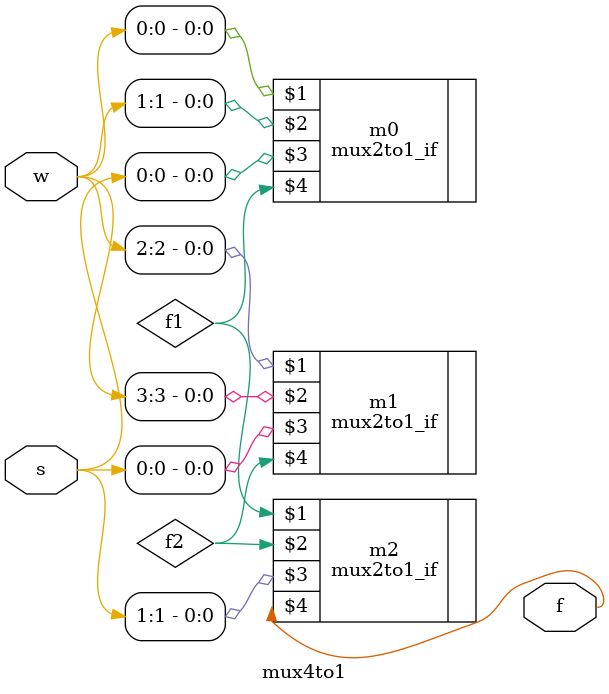
<source format=v>
module mux4to1(w, s, f);
    input [3:0] w;
    input [1:0] s;
    output f;

    wire f1, f2;

    mux2to1_if m0(w[0], w[1], s[0], f1);
    mux2to1_if m1(w[2], w[3], s[0], f2);
    mux2to1_if m2(f1, f2, s[1], f);
endmodule

</source>
